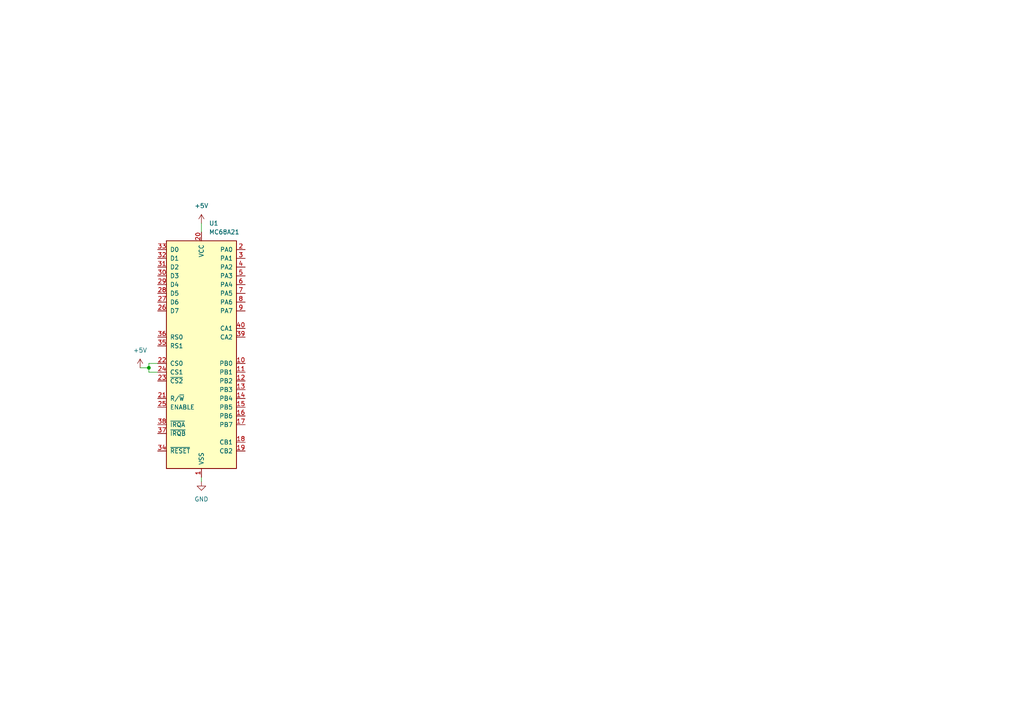
<source format=kicad_sch>
(kicad_sch (version 20230121) (generator eeschema)
  (paper "A4")
  (lib_symbols
    (symbol "Interface:MC68A21" (pin_names (offset 1.016))
      (property "Reference" "U" (at -7.62 34.29 0))
      (property "Value" "MC68A21" (at 10.16 34.29 0))
      (symbol "MC68A21_0_1"
        (rectangle (start -10.16 -33.02) (end 10.16 33.02) (stroke (width 0.254)) (fill (type background)))
      )
      (symbol "MC68A21_1_1"
        (pin power_in line (at 0 -35.56 90) (length 2.54) (name "VSS") (number "1"))
        (pin bidirectional line (at 12.7 -2.54 180) (length 2.54) (name "PB0") (number "10"))
        (pin bidirectional line (at 12.7 -5.08 180) (length 2.54) (name "PB1") (number "11"))
        (pin bidirectional line (at 12.7 -7.62 180) (length 2.54) (name "PB2") (number "12"))
        (pin bidirectional line (at 12.7 -10.16 180) (length 2.54) (name "PB3") (number "13"))
        (pin bidirectional line (at 12.7 -12.7 180) (length 2.54) (name "PB4") (number "14"))
        (pin bidirectional line (at 12.7 -15.24 180) (length 2.54) (name "PB5") (number "15"))
        (pin bidirectional line (at 12.7 -17.78 180) (length 2.54) (name "PB6") (number "16"))
        (pin bidirectional line (at 12.7 -20.32 180) (length 2.54) (name "PB7") (number "17"))
        (pin input line (at 12.7 -25.4 180) (length 2.54) (name "CB1") (number "18"))
        (pin bidirectional line (at 12.7 -27.94 180) (length 2.54) (name "CB2") (number "19"))
        (pin bidirectional line (at 12.7 30.48 180) (length 2.54) (name "PA0") (number "2"))
        (pin power_in line (at 0 35.56 270) (length 2.54) (name "VCC") (number "20"))
        (pin input line (at -12.7 -12.7 0) (length 2.54) (name "R/~{W}") (number "21"))
        (pin input line (at -12.7 -2.54 0) (length 2.54) (name "CS0") (number "22"))
        (pin input line (at -12.7 -7.62 0) (length 2.54) (name "~{CS2}") (number "23"))
        (pin input line (at -12.7 -5.08 0) (length 2.54) (name "CS1") (number "24"))
        (pin input line (at -12.7 -15.24 0) (length 2.54) (name "ENABLE") (number "25"))
        (pin bidirectional line (at -12.7 12.7 0) (length 2.54) (name "D7") (number "26"))
        (pin bidirectional line (at -12.7 15.24 0) (length 2.54) (name "D6") (number "27"))
        (pin bidirectional line (at -12.7 17.78 0) (length 2.54) (name "D5") (number "28"))
        (pin bidirectional line (at -12.7 20.32 0) (length 2.54) (name "D4") (number "29"))
        (pin bidirectional line (at 12.7 27.94 180) (length 2.54) (name "PA1") (number "3"))
        (pin bidirectional line (at -12.7 22.86 0) (length 2.54) (name "D3") (number "30"))
        (pin bidirectional line (at -12.7 25.4 0) (length 2.54) (name "D2") (number "31"))
        (pin bidirectional line (at -12.7 27.94 0) (length 2.54) (name "D1") (number "32"))
        (pin bidirectional line (at -12.7 30.48 0) (length 2.54) (name "D0") (number "33"))
        (pin input line (at -12.7 -27.94 0) (length 2.54) (name "~{RESET}") (number "34"))
        (pin input line (at -12.7 2.54 0) (length 2.54) (name "RS1") (number "35"))
        (pin input line (at -12.7 5.08 0) (length 2.54) (name "RS0") (number "36"))
        (pin open_collector line (at -12.7 -22.86 0) (length 2.54) (name "~{IRQB}") (number "37"))
        (pin open_collector line (at -12.7 -20.32 0) (length 2.54) (name "~{IRQA}") (number "38"))
        (pin bidirectional line (at 12.7 5.08 180) (length 2.54) (name "CA2") (number "39"))
        (pin bidirectional line (at 12.7 25.4 180) (length 2.54) (name "PA2") (number "4"))
        (pin input line (at 12.7 7.62 180) (length 2.54) (name "CA1") (number "40"))
        (pin bidirectional line (at 12.7 22.86 180) (length 2.54) (name "PA3") (number "5"))
        (pin bidirectional line (at 12.7 20.32 180) (length 2.54) (name "PA4") (number "6"))
        (pin bidirectional line (at 12.7 17.78 180) (length 2.54) (name "PA5") (number "7"))
        (pin bidirectional line (at 12.7 15.24 180) (length 2.54) (name "PA6") (number "8"))
        (pin bidirectional line (at 12.7 12.7 180) (length 2.54) (name "PA7") (number "9"))
      )
    )
    (symbol "power:+5V" (power) (pin_names (offset 0))
      (property "Value" "+5V" (at 0 3.556 0))
      (symbol "+5V_0_1"
        (polyline (pts (xy -0.762 1.27) (xy 0 2.54)))
        (polyline (pts (xy 0 0) (xy 0 2.54)))
        (polyline (pts (xy 0 2.54) (xy 0.762 1.27)))
      )
      (symbol "+5V_1_1"
        (pin power_in line (at 0 0 90) (length 0) hide (name "+5V") (number "1"))
      )
    )
    (symbol "power:GND" (power) (pin_names (offset 0))
      (property "Value" "GND" (at 0 -3.81 0))
      (symbol "GND_0_1"
        (polyline (pts (xy 0 0) (xy 0 -1.27) (xy 1.27 -1.27) (xy 0 -2.54) (xy -1.27 -1.27) (xy 0 -1.27)))
      )
      (symbol "GND_1_1"
        (pin power_in line (at 0 0 270) (length 0) hide (name "GND") (number "1"))
      )
    )
  )
  (junction (at 43.18 106.68))
  (wire (pts (xy 43.18 105.41) (xy 43.18 106.68)))
  (wire (pts (xy 58.42 138.43) (xy 58.42 139.7)))
  (wire (pts (xy 40.64 106.68) (xy 43.18 106.68)))
  (wire (pts (xy 45.72 105.41) (xy 43.18 105.41)))
  (wire (pts (xy 43.18 107.95) (xy 45.72 107.95)))
  (wire (pts (xy 43.18 106.68) (xy 43.18 107.95)))
  (wire (pts (xy 58.42 64.77) (xy 58.42 67.31)))
  (symbol (lib_id "Interface:MC68A21") (at 58.42 102.87 0) (unit 1)
    (property "Reference" "U1" (at 60.6141 64.77 0) (effects (justify left)))
    (property "Value" "MC68A21" (at 60.6141 67.31 0) (effects (justify left)))
    (property "Footprint" "Package_DIP:DIP-40_W15.24mm" (effects hide))
    (property "Datasheet" "http://pdf.datasheetcatalog.com/datasheet/motorola/6821.pdf" (effects hide))
  )
  (symbol (lib_id "power:+5V") (at 58.42 64.77 0) (unit 1)
    (property "Reference" "#PWR01" (effects hide))
    (property "Value" "+5V" (at 58.42 59.69 0))
  )
  (symbol (lib_id "power:GND") (at 58.42 139.7 0) (unit 1)
    (property "Reference" "#PWR02" (effects hide))
    (property "Value" "GND" (at 58.42 144.78 0))
  )
  (symbol (lib_id "power:+5V") (at 40.64 106.68 0) (unit 1)
    (property "Reference" "#PWR03" (effects hide))
    (property "Value" "+5V" (at 40.64 101.6 0))
  )
)
</source>
